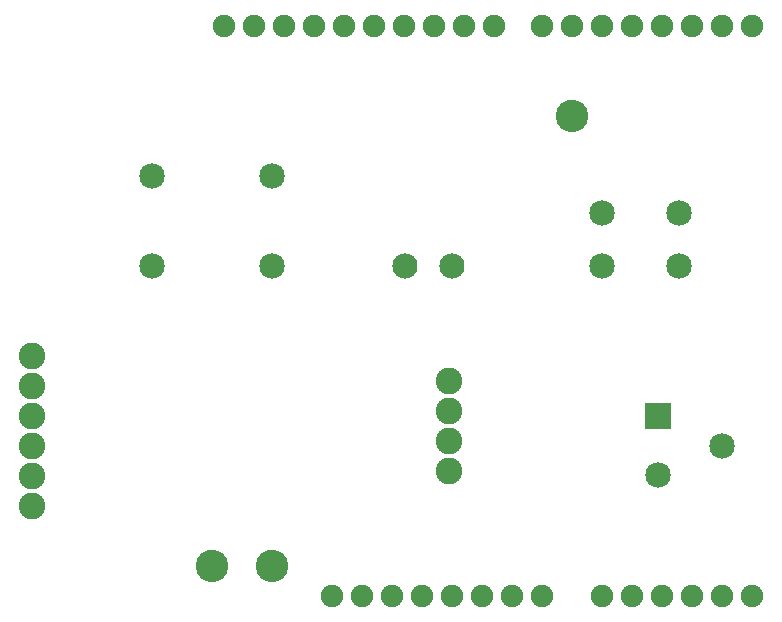
<source format=gts>
G04 MADE WITH FRITZING*
G04 WWW.FRITZING.ORG*
G04 DOUBLE SIDED*
G04 HOLES PLATED*
G04 CONTOUR ON CENTER OF CONTOUR VECTOR*
%ASAXBY*%
%FSLAX23Y23*%
%MOIN*%
%OFA0B0*%
%SFA1.0B1.0*%
%ADD10C,0.075278*%
%ADD11C,0.085000*%
%ADD12C,0.084000*%
%ADD13C,0.088861*%
%ADD14C,0.088833*%
%ADD15C,0.108425*%
%ADD16R,0.085000X0.085000*%
%LNMASK1*%
G90*
G70*
G54D10*
X2244Y122D03*
X2344Y122D03*
X2444Y122D03*
X2544Y122D03*
X2644Y122D03*
X1784Y2022D03*
X1684Y2022D03*
X1584Y2022D03*
X1484Y2022D03*
X1384Y2022D03*
X1284Y2022D03*
X1184Y2022D03*
X1084Y2022D03*
X984Y2022D03*
X884Y2022D03*
X2644Y2022D03*
X2544Y2022D03*
X2444Y2022D03*
X2344Y2022D03*
X2244Y2022D03*
X2144Y2022D03*
X2044Y2022D03*
X1944Y2022D03*
X1344Y122D03*
X1244Y122D03*
X1444Y122D03*
X1544Y122D03*
X1644Y122D03*
X1744Y122D03*
X1844Y122D03*
X1944Y122D03*
X2144Y122D03*
G54D11*
X2400Y1222D03*
X2144Y1222D03*
X2400Y1399D03*
X2144Y1399D03*
G54D12*
X1487Y1222D03*
X1644Y1222D03*
X1487Y1222D03*
X1644Y1222D03*
G54D11*
X2332Y721D03*
X2544Y622D03*
X2332Y524D03*
G54D13*
X244Y422D03*
X244Y522D03*
X244Y622D03*
X244Y722D03*
X244Y822D03*
X244Y922D03*
G54D14*
X1634Y538D03*
X1634Y638D03*
X1634Y738D03*
X1634Y838D03*
G54D11*
X644Y1522D03*
X1044Y1522D03*
X644Y1222D03*
X1044Y1222D03*
G54D15*
X2044Y1722D03*
X1044Y222D03*
X844Y222D03*
G54D16*
X2332Y721D03*
G04 End of Mask1*
M02*
</source>
